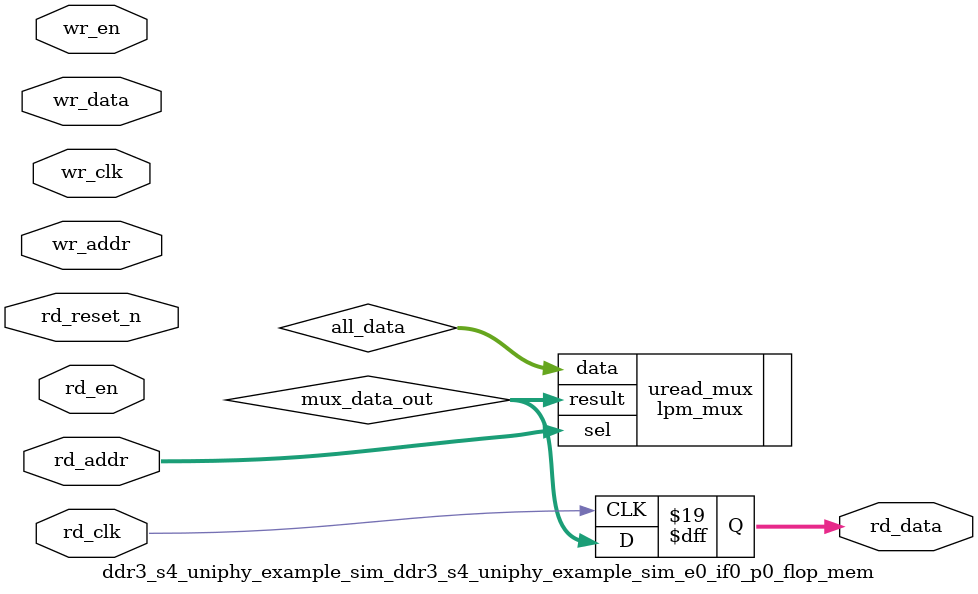
<source format=v>


(* altera_attribute = "-name ALLOW_SYNCH_CTRL_USAGE ON;-name AUTO_CLOCK_ENABLE_RECOGNITION ON" *)
module ddr3_s4_uniphy_example_sim_ddr3_s4_uniphy_example_sim_e0_if0_p0_flop_mem(
	wr_clk,
	wr_en,
	wr_addr,
	wr_data,
	rd_reset_n,
	rd_clk,
	rd_en,
	rd_addr,
	rd_data
);

parameter WRITE_MEM_DEPTH	= "";
parameter WRITE_ADDR_WIDTH	= "";
parameter WRITE_DATA_WIDTH	= "";
parameter READ_MEM_DEPTH	= "";
parameter READ_ADDR_WIDTH	= "";		 
parameter READ_DATA_WIDTH	= "";


input	wr_clk;
input	wr_en;
input	[WRITE_ADDR_WIDTH-1:0] wr_addr;
input	[WRITE_DATA_WIDTH-1:0] wr_data;
input	rd_reset_n;
input	rd_clk;
input	rd_en;
input	[READ_ADDR_WIDTH-1:0] rd_addr;
output	[READ_DATA_WIDTH-1:0] rd_data;



wire	[WRITE_MEM_DEPTH-1:0] wr_decode;
wire	[WRITE_DATA_WIDTH*WRITE_MEM_DEPTH-1:0] all_data;
wire	[READ_DATA_WIDTH-1:0] mux_data_out;



// declare a memory with WRITE_MEM_DEPTH entries
// each entry contains a data size of WRITE_DATA_WIDTH
reg	[WRITE_DATA_WIDTH-1:0] data_stored [0:WRITE_MEM_DEPTH-1] /* synthesis syn_preserve = 1 */;
reg	[READ_DATA_WIDTH-1:0] rd_data;

always @(posedge wr_clk)
begin
	if(wr_en)
		data_stored[wr_addr] <= wr_data;
end

generate
genvar entry;

	for (entry=0; entry < WRITE_MEM_DEPTH; entry=entry+1)
	begin: mem_location
		assign all_data[(WRITE_DATA_WIDTH*(entry+1)-1) : (WRITE_DATA_WIDTH*entry)] = data_stored[entry]; 
	end
endgenerate

	// mux to select the correct output data based on read address
	lpm_mux	uread_mux(
		.sel (rd_addr),
		.data (all_data),
		.result (mux_data_out)
		// synopsys translate_off
		,
		.aclr (),
		.clken (),
		.clock ()
		// synopsys translate_on
		);
     defparam uread_mux.lpm_size = READ_MEM_DEPTH;
     defparam uread_mux.lpm_type = "LPM_MUX";
     defparam uread_mux.lpm_width = READ_DATA_WIDTH;
     defparam uread_mux.lpm_widths = READ_ADDR_WIDTH;

	always @(posedge rd_clk)	
	begin
		rd_data <= mux_data_out;
	end

endmodule

</source>
